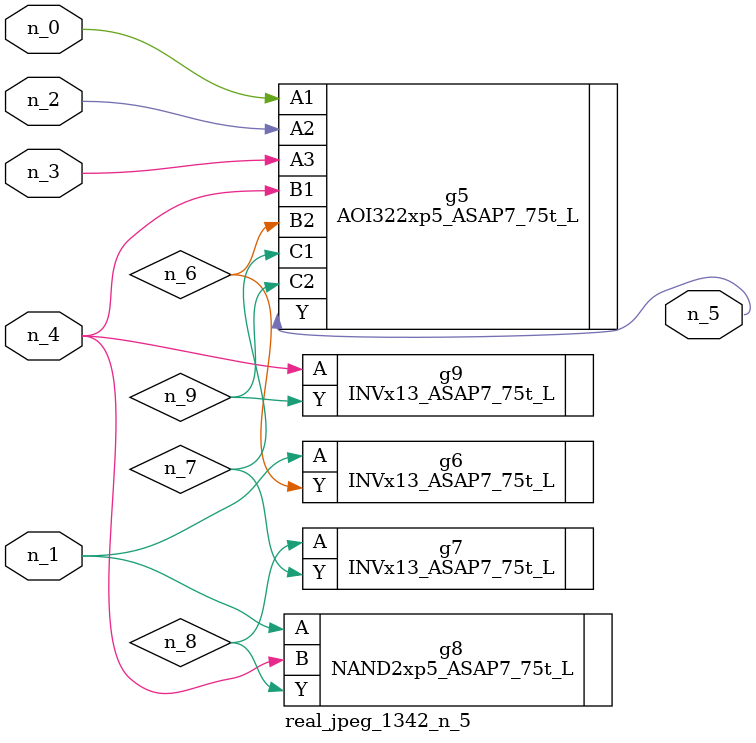
<source format=v>
module real_jpeg_1342_n_5 (n_4, n_0, n_1, n_2, n_3, n_5);

input n_4;
input n_0;
input n_1;
input n_2;
input n_3;

output n_5;

wire n_8;
wire n_6;
wire n_7;
wire n_9;

AOI322xp5_ASAP7_75t_L g5 ( 
.A1(n_0),
.A2(n_2),
.A3(n_3),
.B1(n_4),
.B2(n_6),
.C1(n_7),
.C2(n_9),
.Y(n_5)
);

INVx13_ASAP7_75t_L g6 ( 
.A(n_1),
.Y(n_6)
);

NAND2xp5_ASAP7_75t_L g8 ( 
.A(n_1),
.B(n_4),
.Y(n_8)
);

INVx13_ASAP7_75t_L g9 ( 
.A(n_4),
.Y(n_9)
);

INVx13_ASAP7_75t_L g7 ( 
.A(n_8),
.Y(n_7)
);


endmodule
</source>
